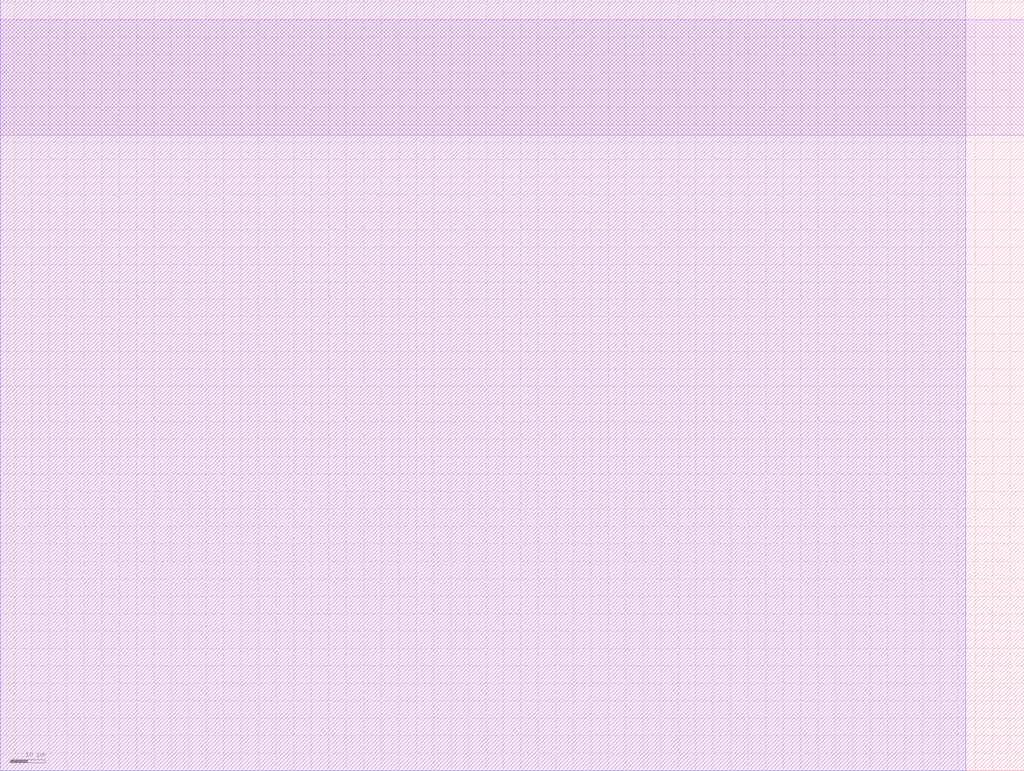
<source format=lef>
VERSION 5.7 ;
  NOWIREEXTENSIONATPIN ON ;
  DIVIDERCHAR "/" ;
  BUSBITCHARS "[]" ;
MACRO test
  CLASS BLOCK ;
  FOREIGN test ;
  ORIGIN -1.000 -5.000 ;
  SIZE 293.000 BY 220.760 ;
  OBS
      LAYER met3 ;
        RECT 1.000 187.000 294.000 220.000 ;
      LAYER met4 ;
        RECT 1.000 5.000 277.300 225.760 ;
  END
END test
END LIBRARY


</source>
